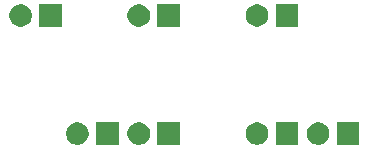
<source format=gbr>
G04 #@! TF.GenerationSoftware,KiCad,Pcbnew,(6.0.0-rc1-dev-1198-gf6cdcc1db)*
G04 #@! TF.CreationDate,2018-11-21T14:47:26-05:00*
G04 #@! TF.ProjectId,recurse-logo,72656375-7273-4652-9d6c-6f676f2e6b69,rev?*
G04 #@! TF.SameCoordinates,Original*
G04 #@! TF.FileFunction,Soldermask,Top*
G04 #@! TF.FilePolarity,Negative*
%FSLAX46Y46*%
G04 Gerber Fmt 4.6, Leading zero omitted, Abs format (unit mm)*
G04 Created by KiCad (PCBNEW (6.0.0-rc1-dev-1198-gf6cdcc1db)) date Wednesday, November 21, 2018 at 02:47:26 PM*
%MOMM*%
%LPD*%
G01*
G04 APERTURE LIST*
%ADD10C,0.100000*%
G04 APERTURE END LIST*
D10*
G36*
X52151000Y-40451000D02*
X50249000Y-40451000D01*
X50249000Y-38549000D01*
X52151000Y-38549000D01*
X52151000Y-40451000D01*
X52151000Y-40451000D01*
G37*
G36*
X48937396Y-38585546D02*
X49110466Y-38657234D01*
X49266230Y-38761312D01*
X49398688Y-38893770D01*
X49502766Y-39049534D01*
X49574454Y-39222604D01*
X49611000Y-39406333D01*
X49611000Y-39593667D01*
X49574454Y-39777396D01*
X49502766Y-39950466D01*
X49398688Y-40106230D01*
X49266230Y-40238688D01*
X49110466Y-40342766D01*
X48937396Y-40414454D01*
X48753667Y-40451000D01*
X48566333Y-40451000D01*
X48382604Y-40414454D01*
X48209534Y-40342766D01*
X48053770Y-40238688D01*
X47921312Y-40106230D01*
X47817234Y-39950466D01*
X47745546Y-39777396D01*
X47709000Y-39593667D01*
X47709000Y-39406333D01*
X47745546Y-39222604D01*
X47817234Y-39049534D01*
X47921312Y-38893770D01*
X48053770Y-38761312D01*
X48209534Y-38657234D01*
X48382604Y-38585546D01*
X48566333Y-38549000D01*
X48753667Y-38549000D01*
X48937396Y-38585546D01*
X48937396Y-38585546D01*
G37*
G36*
X46951000Y-40451000D02*
X45049000Y-40451000D01*
X45049000Y-38549000D01*
X46951000Y-38549000D01*
X46951000Y-40451000D01*
X46951000Y-40451000D01*
G37*
G36*
X43737396Y-38585546D02*
X43910466Y-38657234D01*
X44066230Y-38761312D01*
X44198688Y-38893770D01*
X44302766Y-39049534D01*
X44374454Y-39222604D01*
X44411000Y-39406333D01*
X44411000Y-39593667D01*
X44374454Y-39777396D01*
X44302766Y-39950466D01*
X44198688Y-40106230D01*
X44066230Y-40238688D01*
X43910466Y-40342766D01*
X43737396Y-40414454D01*
X43553667Y-40451000D01*
X43366333Y-40451000D01*
X43182604Y-40414454D01*
X43009534Y-40342766D01*
X42853770Y-40238688D01*
X42721312Y-40106230D01*
X42617234Y-39950466D01*
X42545546Y-39777396D01*
X42509000Y-39593667D01*
X42509000Y-39406333D01*
X42545546Y-39222604D01*
X42617234Y-39049534D01*
X42721312Y-38893770D01*
X42853770Y-38761312D01*
X43009534Y-38657234D01*
X43182604Y-38585546D01*
X43366333Y-38549000D01*
X43553667Y-38549000D01*
X43737396Y-38585546D01*
X43737396Y-38585546D01*
G37*
G36*
X36951000Y-40451000D02*
X35049000Y-40451000D01*
X35049000Y-38549000D01*
X36951000Y-38549000D01*
X36951000Y-40451000D01*
X36951000Y-40451000D01*
G37*
G36*
X33737396Y-38585546D02*
X33910466Y-38657234D01*
X34066230Y-38761312D01*
X34198688Y-38893770D01*
X34302766Y-39049534D01*
X34374454Y-39222604D01*
X34411000Y-39406333D01*
X34411000Y-39593667D01*
X34374454Y-39777396D01*
X34302766Y-39950466D01*
X34198688Y-40106230D01*
X34066230Y-40238688D01*
X33910466Y-40342766D01*
X33737396Y-40414454D01*
X33553667Y-40451000D01*
X33366333Y-40451000D01*
X33182604Y-40414454D01*
X33009534Y-40342766D01*
X32853770Y-40238688D01*
X32721312Y-40106230D01*
X32617234Y-39950466D01*
X32545546Y-39777396D01*
X32509000Y-39593667D01*
X32509000Y-39406333D01*
X32545546Y-39222604D01*
X32617234Y-39049534D01*
X32721312Y-38893770D01*
X32853770Y-38761312D01*
X33009534Y-38657234D01*
X33182604Y-38585546D01*
X33366333Y-38549000D01*
X33553667Y-38549000D01*
X33737396Y-38585546D01*
X33737396Y-38585546D01*
G37*
G36*
X31751000Y-40451000D02*
X29849000Y-40451000D01*
X29849000Y-38549000D01*
X31751000Y-38549000D01*
X31751000Y-40451000D01*
X31751000Y-40451000D01*
G37*
G36*
X28537396Y-38585546D02*
X28710466Y-38657234D01*
X28866230Y-38761312D01*
X28998688Y-38893770D01*
X29102766Y-39049534D01*
X29174454Y-39222604D01*
X29211000Y-39406333D01*
X29211000Y-39593667D01*
X29174454Y-39777396D01*
X29102766Y-39950466D01*
X28998688Y-40106230D01*
X28866230Y-40238688D01*
X28710466Y-40342766D01*
X28537396Y-40414454D01*
X28353667Y-40451000D01*
X28166333Y-40451000D01*
X27982604Y-40414454D01*
X27809534Y-40342766D01*
X27653770Y-40238688D01*
X27521312Y-40106230D01*
X27417234Y-39950466D01*
X27345546Y-39777396D01*
X27309000Y-39593667D01*
X27309000Y-39406333D01*
X27345546Y-39222604D01*
X27417234Y-39049534D01*
X27521312Y-38893770D01*
X27653770Y-38761312D01*
X27809534Y-38657234D01*
X27982604Y-38585546D01*
X28166333Y-38549000D01*
X28353667Y-38549000D01*
X28537396Y-38585546D01*
X28537396Y-38585546D01*
G37*
G36*
X46951000Y-30451000D02*
X45049000Y-30451000D01*
X45049000Y-28549000D01*
X46951000Y-28549000D01*
X46951000Y-30451000D01*
X46951000Y-30451000D01*
G37*
G36*
X43737396Y-28585546D02*
X43910466Y-28657234D01*
X44066230Y-28761312D01*
X44198688Y-28893770D01*
X44302766Y-29049534D01*
X44374454Y-29222604D01*
X44411000Y-29406333D01*
X44411000Y-29593667D01*
X44374454Y-29777396D01*
X44302766Y-29950466D01*
X44198688Y-30106230D01*
X44066230Y-30238688D01*
X43910466Y-30342766D01*
X43737396Y-30414454D01*
X43553667Y-30451000D01*
X43366333Y-30451000D01*
X43182604Y-30414454D01*
X43009534Y-30342766D01*
X42853770Y-30238688D01*
X42721312Y-30106230D01*
X42617234Y-29950466D01*
X42545546Y-29777396D01*
X42509000Y-29593667D01*
X42509000Y-29406333D01*
X42545546Y-29222604D01*
X42617234Y-29049534D01*
X42721312Y-28893770D01*
X42853770Y-28761312D01*
X43009534Y-28657234D01*
X43182604Y-28585546D01*
X43366333Y-28549000D01*
X43553667Y-28549000D01*
X43737396Y-28585546D01*
X43737396Y-28585546D01*
G37*
G36*
X36951000Y-30451000D02*
X35049000Y-30451000D01*
X35049000Y-28549000D01*
X36951000Y-28549000D01*
X36951000Y-30451000D01*
X36951000Y-30451000D01*
G37*
G36*
X33737396Y-28585546D02*
X33910466Y-28657234D01*
X34066230Y-28761312D01*
X34198688Y-28893770D01*
X34302766Y-29049534D01*
X34374454Y-29222604D01*
X34411000Y-29406333D01*
X34411000Y-29593667D01*
X34374454Y-29777396D01*
X34302766Y-29950466D01*
X34198688Y-30106230D01*
X34066230Y-30238688D01*
X33910466Y-30342766D01*
X33737396Y-30414454D01*
X33553667Y-30451000D01*
X33366333Y-30451000D01*
X33182604Y-30414454D01*
X33009534Y-30342766D01*
X32853770Y-30238688D01*
X32721312Y-30106230D01*
X32617234Y-29950466D01*
X32545546Y-29777396D01*
X32509000Y-29593667D01*
X32509000Y-29406333D01*
X32545546Y-29222604D01*
X32617234Y-29049534D01*
X32721312Y-28893770D01*
X32853770Y-28761312D01*
X33009534Y-28657234D01*
X33182604Y-28585546D01*
X33366333Y-28549000D01*
X33553667Y-28549000D01*
X33737396Y-28585546D01*
X33737396Y-28585546D01*
G37*
G36*
X26951000Y-30451000D02*
X25049000Y-30451000D01*
X25049000Y-28549000D01*
X26951000Y-28549000D01*
X26951000Y-30451000D01*
X26951000Y-30451000D01*
G37*
G36*
X23737396Y-28585546D02*
X23910466Y-28657234D01*
X24066230Y-28761312D01*
X24198688Y-28893770D01*
X24302766Y-29049534D01*
X24374454Y-29222604D01*
X24411000Y-29406333D01*
X24411000Y-29593667D01*
X24374454Y-29777396D01*
X24302766Y-29950466D01*
X24198688Y-30106230D01*
X24066230Y-30238688D01*
X23910466Y-30342766D01*
X23737396Y-30414454D01*
X23553667Y-30451000D01*
X23366333Y-30451000D01*
X23182604Y-30414454D01*
X23009534Y-30342766D01*
X22853770Y-30238688D01*
X22721312Y-30106230D01*
X22617234Y-29950466D01*
X22545546Y-29777396D01*
X22509000Y-29593667D01*
X22509000Y-29406333D01*
X22545546Y-29222604D01*
X22617234Y-29049534D01*
X22721312Y-28893770D01*
X22853770Y-28761312D01*
X23009534Y-28657234D01*
X23182604Y-28585546D01*
X23366333Y-28549000D01*
X23553667Y-28549000D01*
X23737396Y-28585546D01*
X23737396Y-28585546D01*
G37*
M02*

</source>
